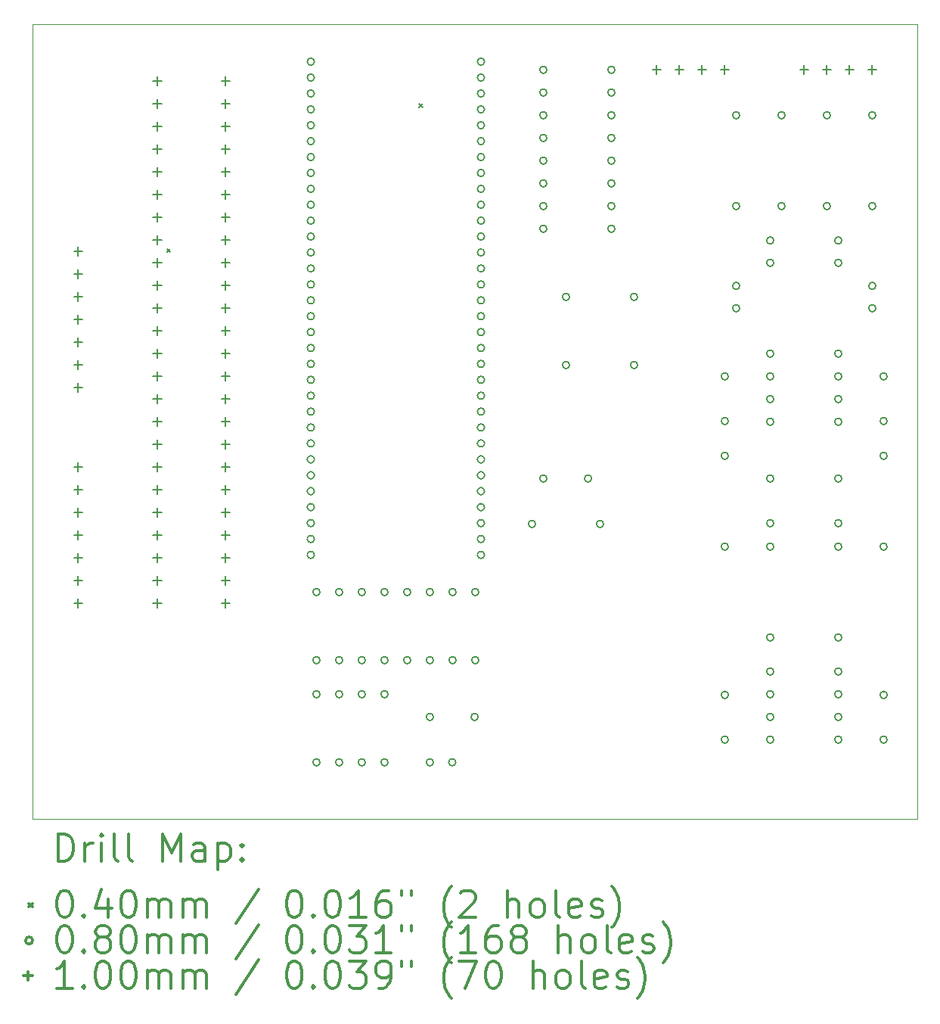
<source format=gbr>
%FSLAX45Y45*%
G04 Gerber Fmt 4.5, Leading zero omitted, Abs format (unit mm)*
G04 Created by KiCad (PCBNEW (5.1.6)-1) date 2020-10-04 22:02:04*
%MOMM*%
%LPD*%
G01*
G04 APERTURE LIST*
%TA.AperFunction,Profile*%
%ADD10C,0.050000*%
%TD*%
%ADD11C,0.200000*%
%ADD12C,0.300000*%
G04 APERTURE END LIST*
D10*
X19939000Y-3683000D02*
X10033000Y-3683000D01*
X19939000Y-12573000D02*
X19939000Y-3683000D01*
X10033000Y-12573000D02*
X19939000Y-12573000D01*
X10033000Y-3683000D02*
X10033000Y-12573000D01*
D11*
X11533040Y-6192450D02*
X11573040Y-6232450D01*
X11573040Y-6192450D02*
X11533040Y-6232450D01*
X14355900Y-4572450D02*
X14395900Y-4612450D01*
X14395900Y-4572450D02*
X14355900Y-4612450D01*
X19598000Y-7620000D02*
G75*
G03*
X19598000Y-7620000I-40000J0D01*
G01*
X19598000Y-8120000D02*
G75*
G03*
X19598000Y-8120000I-40000J0D01*
G01*
X17820000Y-7620000D02*
G75*
G03*
X17820000Y-7620000I-40000J0D01*
G01*
X17820000Y-8120000D02*
G75*
G03*
X17820000Y-8120000I-40000J0D01*
G01*
X19090000Y-6100000D02*
G75*
G03*
X19090000Y-6100000I-40000J0D01*
G01*
X19090000Y-6350000D02*
G75*
G03*
X19090000Y-6350000I-40000J0D01*
G01*
X18328000Y-10922000D02*
G75*
G03*
X18328000Y-10922000I-40000J0D01*
G01*
X18328000Y-11176000D02*
G75*
G03*
X18328000Y-11176000I-40000J0D01*
G01*
X18328000Y-11430000D02*
G75*
G03*
X18328000Y-11430000I-40000J0D01*
G01*
X18328000Y-11684000D02*
G75*
G03*
X18328000Y-11684000I-40000J0D01*
G01*
X19090000Y-10922000D02*
G75*
G03*
X19090000Y-10922000I-40000J0D01*
G01*
X19090000Y-11176000D02*
G75*
G03*
X19090000Y-11176000I-40000J0D01*
G01*
X19090000Y-11430000D02*
G75*
G03*
X19090000Y-11430000I-40000J0D01*
G01*
X19090000Y-11684000D02*
G75*
G03*
X19090000Y-11684000I-40000J0D01*
G01*
X17947000Y-4699000D02*
G75*
G03*
X17947000Y-4699000I-40000J0D01*
G01*
X17947000Y-5715000D02*
G75*
G03*
X17947000Y-5715000I-40000J0D01*
G01*
X15788000Y-8763000D02*
G75*
G03*
X15788000Y-8763000I-40000J0D01*
G01*
X16288000Y-8763000D02*
G75*
G03*
X16288000Y-8763000I-40000J0D01*
G01*
X18328000Y-8763000D02*
G75*
G03*
X18328000Y-8763000I-40000J0D01*
G01*
X18328000Y-9263000D02*
G75*
G03*
X18328000Y-9263000I-40000J0D01*
G01*
X19598000Y-11184000D02*
G75*
G03*
X19598000Y-11184000I-40000J0D01*
G01*
X19598000Y-11684000D02*
G75*
G03*
X19598000Y-11684000I-40000J0D01*
G01*
X14518000Y-11938000D02*
G75*
G03*
X14518000Y-11938000I-40000J0D01*
G01*
X14768000Y-11938000D02*
G75*
G03*
X14768000Y-11938000I-40000J0D01*
G01*
X19090000Y-9525000D02*
G75*
G03*
X19090000Y-9525000I-40000J0D01*
G01*
X19090000Y-10541000D02*
G75*
G03*
X19090000Y-10541000I-40000J0D01*
G01*
X17820000Y-8509000D02*
G75*
G03*
X17820000Y-8509000I-40000J0D01*
G01*
X17820000Y-9525000D02*
G75*
G03*
X17820000Y-9525000I-40000J0D01*
G01*
X19471000Y-6608000D02*
G75*
G03*
X19471000Y-6608000I-40000J0D01*
G01*
X19471000Y-6858000D02*
G75*
G03*
X19471000Y-6858000I-40000J0D01*
G01*
X18328000Y-7366000D02*
G75*
G03*
X18328000Y-7366000I-40000J0D01*
G01*
X18328000Y-7620000D02*
G75*
G03*
X18328000Y-7620000I-40000J0D01*
G01*
X18328000Y-7874000D02*
G75*
G03*
X18328000Y-7874000I-40000J0D01*
G01*
X18328000Y-8128000D02*
G75*
G03*
X18328000Y-8128000I-40000J0D01*
G01*
X19090000Y-7366000D02*
G75*
G03*
X19090000Y-7366000I-40000J0D01*
G01*
X19090000Y-7620000D02*
G75*
G03*
X19090000Y-7620000I-40000J0D01*
G01*
X19090000Y-7874000D02*
G75*
G03*
X19090000Y-7874000I-40000J0D01*
G01*
X19090000Y-8128000D02*
G75*
G03*
X19090000Y-8128000I-40000J0D01*
G01*
X19598000Y-8509000D02*
G75*
G03*
X19598000Y-8509000I-40000J0D01*
G01*
X19598000Y-9525000D02*
G75*
G03*
X19598000Y-9525000I-40000J0D01*
G01*
X15661000Y-9271000D02*
G75*
G03*
X15661000Y-9271000I-40000J0D01*
G01*
X16423000Y-9271000D02*
G75*
G03*
X16423000Y-9271000I-40000J0D01*
G01*
X16042000Y-6731000D02*
G75*
G03*
X16042000Y-6731000I-40000J0D01*
G01*
X16042000Y-7493000D02*
G75*
G03*
X16042000Y-7493000I-40000J0D01*
G01*
X16804000Y-6731000D02*
G75*
G03*
X16804000Y-6731000I-40000J0D01*
G01*
X16804000Y-7493000D02*
G75*
G03*
X16804000Y-7493000I-40000J0D01*
G01*
X17947000Y-6608000D02*
G75*
G03*
X17947000Y-6608000I-40000J0D01*
G01*
X17947000Y-6858000D02*
G75*
G03*
X17947000Y-6858000I-40000J0D01*
G01*
X18963000Y-4699000D02*
G75*
G03*
X18963000Y-4699000I-40000J0D01*
G01*
X18963000Y-5715000D02*
G75*
G03*
X18963000Y-5715000I-40000J0D01*
G01*
X19090000Y-8763000D02*
G75*
G03*
X19090000Y-8763000I-40000J0D01*
G01*
X19090000Y-9263000D02*
G75*
G03*
X19090000Y-9263000I-40000J0D01*
G01*
X13184500Y-4099000D02*
G75*
G03*
X13184500Y-4099000I-40000J0D01*
G01*
X13184500Y-4277000D02*
G75*
G03*
X13184500Y-4277000I-40000J0D01*
G01*
X13184500Y-4455000D02*
G75*
G03*
X13184500Y-4455000I-40000J0D01*
G01*
X13184500Y-4633000D02*
G75*
G03*
X13184500Y-4633000I-40000J0D01*
G01*
X13184500Y-4811000D02*
G75*
G03*
X13184500Y-4811000I-40000J0D01*
G01*
X13184500Y-4989000D02*
G75*
G03*
X13184500Y-4989000I-40000J0D01*
G01*
X13184500Y-5167000D02*
G75*
G03*
X13184500Y-5167000I-40000J0D01*
G01*
X13184500Y-5345000D02*
G75*
G03*
X13184500Y-5345000I-40000J0D01*
G01*
X13184500Y-5523000D02*
G75*
G03*
X13184500Y-5523000I-40000J0D01*
G01*
X13184500Y-5701000D02*
G75*
G03*
X13184500Y-5701000I-40000J0D01*
G01*
X13184500Y-5879000D02*
G75*
G03*
X13184500Y-5879000I-40000J0D01*
G01*
X13184500Y-6057000D02*
G75*
G03*
X13184500Y-6057000I-40000J0D01*
G01*
X13184500Y-6235000D02*
G75*
G03*
X13184500Y-6235000I-40000J0D01*
G01*
X13184500Y-6413000D02*
G75*
G03*
X13184500Y-6413000I-40000J0D01*
G01*
X13184500Y-6591000D02*
G75*
G03*
X13184500Y-6591000I-40000J0D01*
G01*
X13184500Y-6769000D02*
G75*
G03*
X13184500Y-6769000I-40000J0D01*
G01*
X13184500Y-6947000D02*
G75*
G03*
X13184500Y-6947000I-40000J0D01*
G01*
X13184500Y-7125000D02*
G75*
G03*
X13184500Y-7125000I-40000J0D01*
G01*
X13184500Y-7303000D02*
G75*
G03*
X13184500Y-7303000I-40000J0D01*
G01*
X13184500Y-7481000D02*
G75*
G03*
X13184500Y-7481000I-40000J0D01*
G01*
X13184500Y-7659000D02*
G75*
G03*
X13184500Y-7659000I-40000J0D01*
G01*
X13184500Y-7837000D02*
G75*
G03*
X13184500Y-7837000I-40000J0D01*
G01*
X13184500Y-8015000D02*
G75*
G03*
X13184500Y-8015000I-40000J0D01*
G01*
X13184500Y-8193000D02*
G75*
G03*
X13184500Y-8193000I-40000J0D01*
G01*
X13184500Y-8371000D02*
G75*
G03*
X13184500Y-8371000I-40000J0D01*
G01*
X13184500Y-8549000D02*
G75*
G03*
X13184500Y-8549000I-40000J0D01*
G01*
X13184500Y-8727000D02*
G75*
G03*
X13184500Y-8727000I-40000J0D01*
G01*
X13184500Y-8905000D02*
G75*
G03*
X13184500Y-8905000I-40000J0D01*
G01*
X13184500Y-9083000D02*
G75*
G03*
X13184500Y-9083000I-40000J0D01*
G01*
X13184500Y-9261000D02*
G75*
G03*
X13184500Y-9261000I-40000J0D01*
G01*
X13184500Y-9439000D02*
G75*
G03*
X13184500Y-9439000I-40000J0D01*
G01*
X13184500Y-9617000D02*
G75*
G03*
X13184500Y-9617000I-40000J0D01*
G01*
X15089500Y-4099000D02*
G75*
G03*
X15089500Y-4099000I-40000J0D01*
G01*
X15089500Y-4277000D02*
G75*
G03*
X15089500Y-4277000I-40000J0D01*
G01*
X15089500Y-4455000D02*
G75*
G03*
X15089500Y-4455000I-40000J0D01*
G01*
X15089500Y-4633000D02*
G75*
G03*
X15089500Y-4633000I-40000J0D01*
G01*
X15089500Y-4811000D02*
G75*
G03*
X15089500Y-4811000I-40000J0D01*
G01*
X15089500Y-4989000D02*
G75*
G03*
X15089500Y-4989000I-40000J0D01*
G01*
X15089500Y-5167000D02*
G75*
G03*
X15089500Y-5167000I-40000J0D01*
G01*
X15089500Y-5345000D02*
G75*
G03*
X15089500Y-5345000I-40000J0D01*
G01*
X15089500Y-5523000D02*
G75*
G03*
X15089500Y-5523000I-40000J0D01*
G01*
X15089500Y-5701000D02*
G75*
G03*
X15089500Y-5701000I-40000J0D01*
G01*
X15089500Y-5879000D02*
G75*
G03*
X15089500Y-5879000I-40000J0D01*
G01*
X15089500Y-6057000D02*
G75*
G03*
X15089500Y-6057000I-40000J0D01*
G01*
X15089500Y-6235000D02*
G75*
G03*
X15089500Y-6235000I-40000J0D01*
G01*
X15089500Y-6413000D02*
G75*
G03*
X15089500Y-6413000I-40000J0D01*
G01*
X15089500Y-6591000D02*
G75*
G03*
X15089500Y-6591000I-40000J0D01*
G01*
X15089500Y-6769000D02*
G75*
G03*
X15089500Y-6769000I-40000J0D01*
G01*
X15089500Y-6947000D02*
G75*
G03*
X15089500Y-6947000I-40000J0D01*
G01*
X15089500Y-7125000D02*
G75*
G03*
X15089500Y-7125000I-40000J0D01*
G01*
X15089500Y-7303000D02*
G75*
G03*
X15089500Y-7303000I-40000J0D01*
G01*
X15089500Y-7481000D02*
G75*
G03*
X15089500Y-7481000I-40000J0D01*
G01*
X15089500Y-7659000D02*
G75*
G03*
X15089500Y-7659000I-40000J0D01*
G01*
X15089500Y-7837000D02*
G75*
G03*
X15089500Y-7837000I-40000J0D01*
G01*
X15089500Y-8015000D02*
G75*
G03*
X15089500Y-8015000I-40000J0D01*
G01*
X15089500Y-8193000D02*
G75*
G03*
X15089500Y-8193000I-40000J0D01*
G01*
X15089500Y-8371000D02*
G75*
G03*
X15089500Y-8371000I-40000J0D01*
G01*
X15089500Y-8549000D02*
G75*
G03*
X15089500Y-8549000I-40000J0D01*
G01*
X15089500Y-8727000D02*
G75*
G03*
X15089500Y-8727000I-40000J0D01*
G01*
X15089500Y-8905000D02*
G75*
G03*
X15089500Y-8905000I-40000J0D01*
G01*
X15089500Y-9083000D02*
G75*
G03*
X15089500Y-9083000I-40000J0D01*
G01*
X15089500Y-9261000D02*
G75*
G03*
X15089500Y-9261000I-40000J0D01*
G01*
X15089500Y-9439000D02*
G75*
G03*
X15089500Y-9439000I-40000J0D01*
G01*
X15089500Y-9617000D02*
G75*
G03*
X15089500Y-9617000I-40000J0D01*
G01*
X18455000Y-4699000D02*
G75*
G03*
X18455000Y-4699000I-40000J0D01*
G01*
X18455000Y-5715000D02*
G75*
G03*
X18455000Y-5715000I-40000J0D01*
G01*
X19471000Y-4699000D02*
G75*
G03*
X19471000Y-4699000I-40000J0D01*
G01*
X19471000Y-5715000D02*
G75*
G03*
X19471000Y-5715000I-40000J0D01*
G01*
X14518000Y-11430000D02*
G75*
G03*
X14518000Y-11430000I-40000J0D01*
G01*
X15018000Y-11430000D02*
G75*
G03*
X15018000Y-11430000I-40000J0D01*
G01*
X15788000Y-4191000D02*
G75*
G03*
X15788000Y-4191000I-40000J0D01*
G01*
X15788000Y-4445000D02*
G75*
G03*
X15788000Y-4445000I-40000J0D01*
G01*
X15788000Y-4699000D02*
G75*
G03*
X15788000Y-4699000I-40000J0D01*
G01*
X15788000Y-4953000D02*
G75*
G03*
X15788000Y-4953000I-40000J0D01*
G01*
X15788000Y-5207000D02*
G75*
G03*
X15788000Y-5207000I-40000J0D01*
G01*
X15788000Y-5461000D02*
G75*
G03*
X15788000Y-5461000I-40000J0D01*
G01*
X15788000Y-5715000D02*
G75*
G03*
X15788000Y-5715000I-40000J0D01*
G01*
X15788000Y-5969000D02*
G75*
G03*
X15788000Y-5969000I-40000J0D01*
G01*
X16550000Y-4191000D02*
G75*
G03*
X16550000Y-4191000I-40000J0D01*
G01*
X16550000Y-4445000D02*
G75*
G03*
X16550000Y-4445000I-40000J0D01*
G01*
X16550000Y-4699000D02*
G75*
G03*
X16550000Y-4699000I-40000J0D01*
G01*
X16550000Y-4953000D02*
G75*
G03*
X16550000Y-4953000I-40000J0D01*
G01*
X16550000Y-5207000D02*
G75*
G03*
X16550000Y-5207000I-40000J0D01*
G01*
X16550000Y-5461000D02*
G75*
G03*
X16550000Y-5461000I-40000J0D01*
G01*
X16550000Y-5715000D02*
G75*
G03*
X16550000Y-5715000I-40000J0D01*
G01*
X16550000Y-5969000D02*
G75*
G03*
X16550000Y-5969000I-40000J0D01*
G01*
X18328000Y-6100000D02*
G75*
G03*
X18328000Y-6100000I-40000J0D01*
G01*
X18328000Y-6350000D02*
G75*
G03*
X18328000Y-6350000I-40000J0D01*
G01*
X17820000Y-11184000D02*
G75*
G03*
X17820000Y-11184000I-40000J0D01*
G01*
X17820000Y-11684000D02*
G75*
G03*
X17820000Y-11684000I-40000J0D01*
G01*
X18328000Y-9525000D02*
G75*
G03*
X18328000Y-9525000I-40000J0D01*
G01*
X18328000Y-10541000D02*
G75*
G03*
X18328000Y-10541000I-40000J0D01*
G01*
X13248000Y-10033000D02*
G75*
G03*
X13248000Y-10033000I-40000J0D01*
G01*
X13248000Y-10795000D02*
G75*
G03*
X13248000Y-10795000I-40000J0D01*
G01*
X13502000Y-10033000D02*
G75*
G03*
X13502000Y-10033000I-40000J0D01*
G01*
X13502000Y-10795000D02*
G75*
G03*
X13502000Y-10795000I-40000J0D01*
G01*
X13756000Y-10033000D02*
G75*
G03*
X13756000Y-10033000I-40000J0D01*
G01*
X13756000Y-10795000D02*
G75*
G03*
X13756000Y-10795000I-40000J0D01*
G01*
X14010000Y-10033000D02*
G75*
G03*
X14010000Y-10033000I-40000J0D01*
G01*
X14010000Y-10795000D02*
G75*
G03*
X14010000Y-10795000I-40000J0D01*
G01*
X14264000Y-10033000D02*
G75*
G03*
X14264000Y-10033000I-40000J0D01*
G01*
X14264000Y-10795000D02*
G75*
G03*
X14264000Y-10795000I-40000J0D01*
G01*
X14518000Y-10033000D02*
G75*
G03*
X14518000Y-10033000I-40000J0D01*
G01*
X14518000Y-10795000D02*
G75*
G03*
X14518000Y-10795000I-40000J0D01*
G01*
X14772000Y-10033000D02*
G75*
G03*
X14772000Y-10033000I-40000J0D01*
G01*
X14772000Y-10795000D02*
G75*
G03*
X14772000Y-10795000I-40000J0D01*
G01*
X15026000Y-10033000D02*
G75*
G03*
X15026000Y-10033000I-40000J0D01*
G01*
X15026000Y-10795000D02*
G75*
G03*
X15026000Y-10795000I-40000J0D01*
G01*
X13248000Y-11176000D02*
G75*
G03*
X13248000Y-11176000I-40000J0D01*
G01*
X13248000Y-11938000D02*
G75*
G03*
X13248000Y-11938000I-40000J0D01*
G01*
X13502000Y-11176000D02*
G75*
G03*
X13502000Y-11176000I-40000J0D01*
G01*
X13502000Y-11938000D02*
G75*
G03*
X13502000Y-11938000I-40000J0D01*
G01*
X13756000Y-11176000D02*
G75*
G03*
X13756000Y-11176000I-40000J0D01*
G01*
X13756000Y-11938000D02*
G75*
G03*
X13756000Y-11938000I-40000J0D01*
G01*
X14010000Y-11176000D02*
G75*
G03*
X14010000Y-11176000I-40000J0D01*
G01*
X14010000Y-11938000D02*
G75*
G03*
X14010000Y-11938000I-40000J0D01*
G01*
X11423000Y-4264000D02*
X11423000Y-4364000D01*
X11373000Y-4314000D02*
X11473000Y-4314000D01*
X11423000Y-4518000D02*
X11423000Y-4618000D01*
X11373000Y-4568000D02*
X11473000Y-4568000D01*
X11423000Y-4772000D02*
X11423000Y-4872000D01*
X11373000Y-4822000D02*
X11473000Y-4822000D01*
X11423000Y-5026000D02*
X11423000Y-5126000D01*
X11373000Y-5076000D02*
X11473000Y-5076000D01*
X11423000Y-5280000D02*
X11423000Y-5380000D01*
X11373000Y-5330000D02*
X11473000Y-5330000D01*
X11423000Y-5534000D02*
X11423000Y-5634000D01*
X11373000Y-5584000D02*
X11473000Y-5584000D01*
X11423000Y-5788000D02*
X11423000Y-5888000D01*
X11373000Y-5838000D02*
X11473000Y-5838000D01*
X11423000Y-6042000D02*
X11423000Y-6142000D01*
X11373000Y-6092000D02*
X11473000Y-6092000D01*
X11423000Y-6296000D02*
X11423000Y-6396000D01*
X11373000Y-6346000D02*
X11473000Y-6346000D01*
X11423000Y-6550000D02*
X11423000Y-6650000D01*
X11373000Y-6600000D02*
X11473000Y-6600000D01*
X11423000Y-6804000D02*
X11423000Y-6904000D01*
X11373000Y-6854000D02*
X11473000Y-6854000D01*
X11423000Y-7058000D02*
X11423000Y-7158000D01*
X11373000Y-7108000D02*
X11473000Y-7108000D01*
X11423000Y-7312000D02*
X11423000Y-7412000D01*
X11373000Y-7362000D02*
X11473000Y-7362000D01*
X11423000Y-7566000D02*
X11423000Y-7666000D01*
X11373000Y-7616000D02*
X11473000Y-7616000D01*
X11423000Y-7820000D02*
X11423000Y-7920000D01*
X11373000Y-7870000D02*
X11473000Y-7870000D01*
X11423000Y-8074000D02*
X11423000Y-8174000D01*
X11373000Y-8124000D02*
X11473000Y-8124000D01*
X11423000Y-8328000D02*
X11423000Y-8428000D01*
X11373000Y-8378000D02*
X11473000Y-8378000D01*
X11423000Y-8582000D02*
X11423000Y-8682000D01*
X11373000Y-8632000D02*
X11473000Y-8632000D01*
X11423000Y-8836000D02*
X11423000Y-8936000D01*
X11373000Y-8886000D02*
X11473000Y-8886000D01*
X11423000Y-9090000D02*
X11423000Y-9190000D01*
X11373000Y-9140000D02*
X11473000Y-9140000D01*
X11423000Y-9344000D02*
X11423000Y-9444000D01*
X11373000Y-9394000D02*
X11473000Y-9394000D01*
X11423000Y-9598000D02*
X11423000Y-9698000D01*
X11373000Y-9648000D02*
X11473000Y-9648000D01*
X11423000Y-9852000D02*
X11423000Y-9952000D01*
X11373000Y-9902000D02*
X11473000Y-9902000D01*
X11423000Y-10106000D02*
X11423000Y-10206000D01*
X11373000Y-10156000D02*
X11473000Y-10156000D01*
X18669000Y-4141000D02*
X18669000Y-4241000D01*
X18619000Y-4191000D02*
X18719000Y-4191000D01*
X18923000Y-4141000D02*
X18923000Y-4241000D01*
X18873000Y-4191000D02*
X18973000Y-4191000D01*
X19177000Y-4141000D02*
X19177000Y-4241000D01*
X19127000Y-4191000D02*
X19227000Y-4191000D01*
X19431000Y-4141000D02*
X19431000Y-4241000D01*
X19381000Y-4191000D02*
X19481000Y-4191000D01*
X10541000Y-8586000D02*
X10541000Y-8686000D01*
X10491000Y-8636000D02*
X10591000Y-8636000D01*
X10541000Y-8840000D02*
X10541000Y-8940000D01*
X10491000Y-8890000D02*
X10591000Y-8890000D01*
X10541000Y-9094000D02*
X10541000Y-9194000D01*
X10491000Y-9144000D02*
X10591000Y-9144000D01*
X10541000Y-9348000D02*
X10541000Y-9448000D01*
X10491000Y-9398000D02*
X10591000Y-9398000D01*
X10541000Y-9602000D02*
X10541000Y-9702000D01*
X10491000Y-9652000D02*
X10591000Y-9652000D01*
X10541000Y-9856000D02*
X10541000Y-9956000D01*
X10491000Y-9906000D02*
X10591000Y-9906000D01*
X10541000Y-10110000D02*
X10541000Y-10210000D01*
X10491000Y-10160000D02*
X10591000Y-10160000D01*
X10541000Y-6173000D02*
X10541000Y-6273000D01*
X10491000Y-6223000D02*
X10591000Y-6223000D01*
X10541000Y-6427000D02*
X10541000Y-6527000D01*
X10491000Y-6477000D02*
X10591000Y-6477000D01*
X10541000Y-6681000D02*
X10541000Y-6781000D01*
X10491000Y-6731000D02*
X10591000Y-6731000D01*
X10541000Y-6935000D02*
X10541000Y-7035000D01*
X10491000Y-6985000D02*
X10591000Y-6985000D01*
X10541000Y-7189000D02*
X10541000Y-7289000D01*
X10491000Y-7239000D02*
X10591000Y-7239000D01*
X10541000Y-7443000D02*
X10541000Y-7543000D01*
X10491000Y-7493000D02*
X10591000Y-7493000D01*
X10541000Y-7697000D02*
X10541000Y-7797000D01*
X10491000Y-7747000D02*
X10591000Y-7747000D01*
X17018000Y-4141000D02*
X17018000Y-4241000D01*
X16968000Y-4191000D02*
X17068000Y-4191000D01*
X17272000Y-4141000D02*
X17272000Y-4241000D01*
X17222000Y-4191000D02*
X17322000Y-4191000D01*
X17526000Y-4141000D02*
X17526000Y-4241000D01*
X17476000Y-4191000D02*
X17576000Y-4191000D01*
X17780000Y-4141000D02*
X17780000Y-4241000D01*
X17730000Y-4191000D02*
X17830000Y-4191000D01*
X12192000Y-4268000D02*
X12192000Y-4368000D01*
X12142000Y-4318000D02*
X12242000Y-4318000D01*
X12192000Y-4522000D02*
X12192000Y-4622000D01*
X12142000Y-4572000D02*
X12242000Y-4572000D01*
X12192000Y-4776000D02*
X12192000Y-4876000D01*
X12142000Y-4826000D02*
X12242000Y-4826000D01*
X12192000Y-5030000D02*
X12192000Y-5130000D01*
X12142000Y-5080000D02*
X12242000Y-5080000D01*
X12192000Y-5284000D02*
X12192000Y-5384000D01*
X12142000Y-5334000D02*
X12242000Y-5334000D01*
X12192000Y-5538000D02*
X12192000Y-5638000D01*
X12142000Y-5588000D02*
X12242000Y-5588000D01*
X12192000Y-5792000D02*
X12192000Y-5892000D01*
X12142000Y-5842000D02*
X12242000Y-5842000D01*
X12192000Y-6046000D02*
X12192000Y-6146000D01*
X12142000Y-6096000D02*
X12242000Y-6096000D01*
X12192000Y-6300000D02*
X12192000Y-6400000D01*
X12142000Y-6350000D02*
X12242000Y-6350000D01*
X12192000Y-6554000D02*
X12192000Y-6654000D01*
X12142000Y-6604000D02*
X12242000Y-6604000D01*
X12192000Y-6808000D02*
X12192000Y-6908000D01*
X12142000Y-6858000D02*
X12242000Y-6858000D01*
X12192000Y-7062000D02*
X12192000Y-7162000D01*
X12142000Y-7112000D02*
X12242000Y-7112000D01*
X12192000Y-7316000D02*
X12192000Y-7416000D01*
X12142000Y-7366000D02*
X12242000Y-7366000D01*
X12192000Y-7570000D02*
X12192000Y-7670000D01*
X12142000Y-7620000D02*
X12242000Y-7620000D01*
X12192000Y-7824000D02*
X12192000Y-7924000D01*
X12142000Y-7874000D02*
X12242000Y-7874000D01*
X12192000Y-8078000D02*
X12192000Y-8178000D01*
X12142000Y-8128000D02*
X12242000Y-8128000D01*
X12192000Y-8332000D02*
X12192000Y-8432000D01*
X12142000Y-8382000D02*
X12242000Y-8382000D01*
X12192000Y-8586000D02*
X12192000Y-8686000D01*
X12142000Y-8636000D02*
X12242000Y-8636000D01*
X12192000Y-8840000D02*
X12192000Y-8940000D01*
X12142000Y-8890000D02*
X12242000Y-8890000D01*
X12192000Y-9094000D02*
X12192000Y-9194000D01*
X12142000Y-9144000D02*
X12242000Y-9144000D01*
X12192000Y-9348000D02*
X12192000Y-9448000D01*
X12142000Y-9398000D02*
X12242000Y-9398000D01*
X12192000Y-9602000D02*
X12192000Y-9702000D01*
X12142000Y-9652000D02*
X12242000Y-9652000D01*
X12192000Y-9856000D02*
X12192000Y-9956000D01*
X12142000Y-9906000D02*
X12242000Y-9906000D01*
X12192000Y-10110000D02*
X12192000Y-10210000D01*
X12142000Y-10160000D02*
X12242000Y-10160000D01*
D12*
X10316928Y-13041214D02*
X10316928Y-12741214D01*
X10388357Y-12741214D01*
X10431214Y-12755500D01*
X10459786Y-12784071D01*
X10474071Y-12812643D01*
X10488357Y-12869786D01*
X10488357Y-12912643D01*
X10474071Y-12969786D01*
X10459786Y-12998357D01*
X10431214Y-13026929D01*
X10388357Y-13041214D01*
X10316928Y-13041214D01*
X10616928Y-13041214D02*
X10616928Y-12841214D01*
X10616928Y-12898357D02*
X10631214Y-12869786D01*
X10645500Y-12855500D01*
X10674071Y-12841214D01*
X10702643Y-12841214D01*
X10802643Y-13041214D02*
X10802643Y-12841214D01*
X10802643Y-12741214D02*
X10788357Y-12755500D01*
X10802643Y-12769786D01*
X10816928Y-12755500D01*
X10802643Y-12741214D01*
X10802643Y-12769786D01*
X10988357Y-13041214D02*
X10959786Y-13026929D01*
X10945500Y-12998357D01*
X10945500Y-12741214D01*
X11145500Y-13041214D02*
X11116928Y-13026929D01*
X11102643Y-12998357D01*
X11102643Y-12741214D01*
X11488357Y-13041214D02*
X11488357Y-12741214D01*
X11588357Y-12955500D01*
X11688357Y-12741214D01*
X11688357Y-13041214D01*
X11959786Y-13041214D02*
X11959786Y-12884071D01*
X11945500Y-12855500D01*
X11916928Y-12841214D01*
X11859786Y-12841214D01*
X11831214Y-12855500D01*
X11959786Y-13026929D02*
X11931214Y-13041214D01*
X11859786Y-13041214D01*
X11831214Y-13026929D01*
X11816928Y-12998357D01*
X11816928Y-12969786D01*
X11831214Y-12941214D01*
X11859786Y-12926929D01*
X11931214Y-12926929D01*
X11959786Y-12912643D01*
X12102643Y-12841214D02*
X12102643Y-13141214D01*
X12102643Y-12855500D02*
X12131214Y-12841214D01*
X12188357Y-12841214D01*
X12216928Y-12855500D01*
X12231214Y-12869786D01*
X12245500Y-12898357D01*
X12245500Y-12984071D01*
X12231214Y-13012643D01*
X12216928Y-13026929D01*
X12188357Y-13041214D01*
X12131214Y-13041214D01*
X12102643Y-13026929D01*
X12374071Y-13012643D02*
X12388357Y-13026929D01*
X12374071Y-13041214D01*
X12359786Y-13026929D01*
X12374071Y-13012643D01*
X12374071Y-13041214D01*
X12374071Y-12855500D02*
X12388357Y-12869786D01*
X12374071Y-12884071D01*
X12359786Y-12869786D01*
X12374071Y-12855500D01*
X12374071Y-12884071D01*
X9990500Y-13515500D02*
X10030500Y-13555500D01*
X10030500Y-13515500D02*
X9990500Y-13555500D01*
X10374071Y-13371214D02*
X10402643Y-13371214D01*
X10431214Y-13385500D01*
X10445500Y-13399786D01*
X10459786Y-13428357D01*
X10474071Y-13485500D01*
X10474071Y-13556929D01*
X10459786Y-13614071D01*
X10445500Y-13642643D01*
X10431214Y-13656929D01*
X10402643Y-13671214D01*
X10374071Y-13671214D01*
X10345500Y-13656929D01*
X10331214Y-13642643D01*
X10316928Y-13614071D01*
X10302643Y-13556929D01*
X10302643Y-13485500D01*
X10316928Y-13428357D01*
X10331214Y-13399786D01*
X10345500Y-13385500D01*
X10374071Y-13371214D01*
X10602643Y-13642643D02*
X10616928Y-13656929D01*
X10602643Y-13671214D01*
X10588357Y-13656929D01*
X10602643Y-13642643D01*
X10602643Y-13671214D01*
X10874071Y-13471214D02*
X10874071Y-13671214D01*
X10802643Y-13356929D02*
X10731214Y-13571214D01*
X10916928Y-13571214D01*
X11088357Y-13371214D02*
X11116928Y-13371214D01*
X11145500Y-13385500D01*
X11159786Y-13399786D01*
X11174071Y-13428357D01*
X11188357Y-13485500D01*
X11188357Y-13556929D01*
X11174071Y-13614071D01*
X11159786Y-13642643D01*
X11145500Y-13656929D01*
X11116928Y-13671214D01*
X11088357Y-13671214D01*
X11059786Y-13656929D01*
X11045500Y-13642643D01*
X11031214Y-13614071D01*
X11016928Y-13556929D01*
X11016928Y-13485500D01*
X11031214Y-13428357D01*
X11045500Y-13399786D01*
X11059786Y-13385500D01*
X11088357Y-13371214D01*
X11316928Y-13671214D02*
X11316928Y-13471214D01*
X11316928Y-13499786D02*
X11331214Y-13485500D01*
X11359786Y-13471214D01*
X11402643Y-13471214D01*
X11431214Y-13485500D01*
X11445500Y-13514071D01*
X11445500Y-13671214D01*
X11445500Y-13514071D02*
X11459786Y-13485500D01*
X11488357Y-13471214D01*
X11531214Y-13471214D01*
X11559786Y-13485500D01*
X11574071Y-13514071D01*
X11574071Y-13671214D01*
X11716928Y-13671214D02*
X11716928Y-13471214D01*
X11716928Y-13499786D02*
X11731214Y-13485500D01*
X11759786Y-13471214D01*
X11802643Y-13471214D01*
X11831214Y-13485500D01*
X11845500Y-13514071D01*
X11845500Y-13671214D01*
X11845500Y-13514071D02*
X11859786Y-13485500D01*
X11888357Y-13471214D01*
X11931214Y-13471214D01*
X11959786Y-13485500D01*
X11974071Y-13514071D01*
X11974071Y-13671214D01*
X12559786Y-13356929D02*
X12302643Y-13742643D01*
X12945500Y-13371214D02*
X12974071Y-13371214D01*
X13002643Y-13385500D01*
X13016928Y-13399786D01*
X13031214Y-13428357D01*
X13045500Y-13485500D01*
X13045500Y-13556929D01*
X13031214Y-13614071D01*
X13016928Y-13642643D01*
X13002643Y-13656929D01*
X12974071Y-13671214D01*
X12945500Y-13671214D01*
X12916928Y-13656929D01*
X12902643Y-13642643D01*
X12888357Y-13614071D01*
X12874071Y-13556929D01*
X12874071Y-13485500D01*
X12888357Y-13428357D01*
X12902643Y-13399786D01*
X12916928Y-13385500D01*
X12945500Y-13371214D01*
X13174071Y-13642643D02*
X13188357Y-13656929D01*
X13174071Y-13671214D01*
X13159786Y-13656929D01*
X13174071Y-13642643D01*
X13174071Y-13671214D01*
X13374071Y-13371214D02*
X13402643Y-13371214D01*
X13431214Y-13385500D01*
X13445500Y-13399786D01*
X13459786Y-13428357D01*
X13474071Y-13485500D01*
X13474071Y-13556929D01*
X13459786Y-13614071D01*
X13445500Y-13642643D01*
X13431214Y-13656929D01*
X13402643Y-13671214D01*
X13374071Y-13671214D01*
X13345500Y-13656929D01*
X13331214Y-13642643D01*
X13316928Y-13614071D01*
X13302643Y-13556929D01*
X13302643Y-13485500D01*
X13316928Y-13428357D01*
X13331214Y-13399786D01*
X13345500Y-13385500D01*
X13374071Y-13371214D01*
X13759786Y-13671214D02*
X13588357Y-13671214D01*
X13674071Y-13671214D02*
X13674071Y-13371214D01*
X13645500Y-13414071D01*
X13616928Y-13442643D01*
X13588357Y-13456929D01*
X14016928Y-13371214D02*
X13959786Y-13371214D01*
X13931214Y-13385500D01*
X13916928Y-13399786D01*
X13888357Y-13442643D01*
X13874071Y-13499786D01*
X13874071Y-13614071D01*
X13888357Y-13642643D01*
X13902643Y-13656929D01*
X13931214Y-13671214D01*
X13988357Y-13671214D01*
X14016928Y-13656929D01*
X14031214Y-13642643D01*
X14045500Y-13614071D01*
X14045500Y-13542643D01*
X14031214Y-13514071D01*
X14016928Y-13499786D01*
X13988357Y-13485500D01*
X13931214Y-13485500D01*
X13902643Y-13499786D01*
X13888357Y-13514071D01*
X13874071Y-13542643D01*
X14159786Y-13371214D02*
X14159786Y-13428357D01*
X14274071Y-13371214D02*
X14274071Y-13428357D01*
X14716928Y-13785500D02*
X14702643Y-13771214D01*
X14674071Y-13728357D01*
X14659786Y-13699786D01*
X14645500Y-13656929D01*
X14631214Y-13585500D01*
X14631214Y-13528357D01*
X14645500Y-13456929D01*
X14659786Y-13414071D01*
X14674071Y-13385500D01*
X14702643Y-13342643D01*
X14716928Y-13328357D01*
X14816928Y-13399786D02*
X14831214Y-13385500D01*
X14859786Y-13371214D01*
X14931214Y-13371214D01*
X14959786Y-13385500D01*
X14974071Y-13399786D01*
X14988357Y-13428357D01*
X14988357Y-13456929D01*
X14974071Y-13499786D01*
X14802643Y-13671214D01*
X14988357Y-13671214D01*
X15345500Y-13671214D02*
X15345500Y-13371214D01*
X15474071Y-13671214D02*
X15474071Y-13514071D01*
X15459786Y-13485500D01*
X15431214Y-13471214D01*
X15388357Y-13471214D01*
X15359786Y-13485500D01*
X15345500Y-13499786D01*
X15659786Y-13671214D02*
X15631214Y-13656929D01*
X15616928Y-13642643D01*
X15602643Y-13614071D01*
X15602643Y-13528357D01*
X15616928Y-13499786D01*
X15631214Y-13485500D01*
X15659786Y-13471214D01*
X15702643Y-13471214D01*
X15731214Y-13485500D01*
X15745500Y-13499786D01*
X15759786Y-13528357D01*
X15759786Y-13614071D01*
X15745500Y-13642643D01*
X15731214Y-13656929D01*
X15702643Y-13671214D01*
X15659786Y-13671214D01*
X15931214Y-13671214D02*
X15902643Y-13656929D01*
X15888357Y-13628357D01*
X15888357Y-13371214D01*
X16159786Y-13656929D02*
X16131214Y-13671214D01*
X16074071Y-13671214D01*
X16045500Y-13656929D01*
X16031214Y-13628357D01*
X16031214Y-13514071D01*
X16045500Y-13485500D01*
X16074071Y-13471214D01*
X16131214Y-13471214D01*
X16159786Y-13485500D01*
X16174071Y-13514071D01*
X16174071Y-13542643D01*
X16031214Y-13571214D01*
X16288357Y-13656929D02*
X16316928Y-13671214D01*
X16374071Y-13671214D01*
X16402643Y-13656929D01*
X16416928Y-13628357D01*
X16416928Y-13614071D01*
X16402643Y-13585500D01*
X16374071Y-13571214D01*
X16331214Y-13571214D01*
X16302643Y-13556929D01*
X16288357Y-13528357D01*
X16288357Y-13514071D01*
X16302643Y-13485500D01*
X16331214Y-13471214D01*
X16374071Y-13471214D01*
X16402643Y-13485500D01*
X16516928Y-13785500D02*
X16531214Y-13771214D01*
X16559786Y-13728357D01*
X16574071Y-13699786D01*
X16588357Y-13656929D01*
X16602643Y-13585500D01*
X16602643Y-13528357D01*
X16588357Y-13456929D01*
X16574071Y-13414071D01*
X16559786Y-13385500D01*
X16531214Y-13342643D01*
X16516928Y-13328357D01*
X10030500Y-13931500D02*
G75*
G03*
X10030500Y-13931500I-40000J0D01*
G01*
X10374071Y-13767214D02*
X10402643Y-13767214D01*
X10431214Y-13781500D01*
X10445500Y-13795786D01*
X10459786Y-13824357D01*
X10474071Y-13881500D01*
X10474071Y-13952929D01*
X10459786Y-14010071D01*
X10445500Y-14038643D01*
X10431214Y-14052929D01*
X10402643Y-14067214D01*
X10374071Y-14067214D01*
X10345500Y-14052929D01*
X10331214Y-14038643D01*
X10316928Y-14010071D01*
X10302643Y-13952929D01*
X10302643Y-13881500D01*
X10316928Y-13824357D01*
X10331214Y-13795786D01*
X10345500Y-13781500D01*
X10374071Y-13767214D01*
X10602643Y-14038643D02*
X10616928Y-14052929D01*
X10602643Y-14067214D01*
X10588357Y-14052929D01*
X10602643Y-14038643D01*
X10602643Y-14067214D01*
X10788357Y-13895786D02*
X10759786Y-13881500D01*
X10745500Y-13867214D01*
X10731214Y-13838643D01*
X10731214Y-13824357D01*
X10745500Y-13795786D01*
X10759786Y-13781500D01*
X10788357Y-13767214D01*
X10845500Y-13767214D01*
X10874071Y-13781500D01*
X10888357Y-13795786D01*
X10902643Y-13824357D01*
X10902643Y-13838643D01*
X10888357Y-13867214D01*
X10874071Y-13881500D01*
X10845500Y-13895786D01*
X10788357Y-13895786D01*
X10759786Y-13910071D01*
X10745500Y-13924357D01*
X10731214Y-13952929D01*
X10731214Y-14010071D01*
X10745500Y-14038643D01*
X10759786Y-14052929D01*
X10788357Y-14067214D01*
X10845500Y-14067214D01*
X10874071Y-14052929D01*
X10888357Y-14038643D01*
X10902643Y-14010071D01*
X10902643Y-13952929D01*
X10888357Y-13924357D01*
X10874071Y-13910071D01*
X10845500Y-13895786D01*
X11088357Y-13767214D02*
X11116928Y-13767214D01*
X11145500Y-13781500D01*
X11159786Y-13795786D01*
X11174071Y-13824357D01*
X11188357Y-13881500D01*
X11188357Y-13952929D01*
X11174071Y-14010071D01*
X11159786Y-14038643D01*
X11145500Y-14052929D01*
X11116928Y-14067214D01*
X11088357Y-14067214D01*
X11059786Y-14052929D01*
X11045500Y-14038643D01*
X11031214Y-14010071D01*
X11016928Y-13952929D01*
X11016928Y-13881500D01*
X11031214Y-13824357D01*
X11045500Y-13795786D01*
X11059786Y-13781500D01*
X11088357Y-13767214D01*
X11316928Y-14067214D02*
X11316928Y-13867214D01*
X11316928Y-13895786D02*
X11331214Y-13881500D01*
X11359786Y-13867214D01*
X11402643Y-13867214D01*
X11431214Y-13881500D01*
X11445500Y-13910071D01*
X11445500Y-14067214D01*
X11445500Y-13910071D02*
X11459786Y-13881500D01*
X11488357Y-13867214D01*
X11531214Y-13867214D01*
X11559786Y-13881500D01*
X11574071Y-13910071D01*
X11574071Y-14067214D01*
X11716928Y-14067214D02*
X11716928Y-13867214D01*
X11716928Y-13895786D02*
X11731214Y-13881500D01*
X11759786Y-13867214D01*
X11802643Y-13867214D01*
X11831214Y-13881500D01*
X11845500Y-13910071D01*
X11845500Y-14067214D01*
X11845500Y-13910071D02*
X11859786Y-13881500D01*
X11888357Y-13867214D01*
X11931214Y-13867214D01*
X11959786Y-13881500D01*
X11974071Y-13910071D01*
X11974071Y-14067214D01*
X12559786Y-13752929D02*
X12302643Y-14138643D01*
X12945500Y-13767214D02*
X12974071Y-13767214D01*
X13002643Y-13781500D01*
X13016928Y-13795786D01*
X13031214Y-13824357D01*
X13045500Y-13881500D01*
X13045500Y-13952929D01*
X13031214Y-14010071D01*
X13016928Y-14038643D01*
X13002643Y-14052929D01*
X12974071Y-14067214D01*
X12945500Y-14067214D01*
X12916928Y-14052929D01*
X12902643Y-14038643D01*
X12888357Y-14010071D01*
X12874071Y-13952929D01*
X12874071Y-13881500D01*
X12888357Y-13824357D01*
X12902643Y-13795786D01*
X12916928Y-13781500D01*
X12945500Y-13767214D01*
X13174071Y-14038643D02*
X13188357Y-14052929D01*
X13174071Y-14067214D01*
X13159786Y-14052929D01*
X13174071Y-14038643D01*
X13174071Y-14067214D01*
X13374071Y-13767214D02*
X13402643Y-13767214D01*
X13431214Y-13781500D01*
X13445500Y-13795786D01*
X13459786Y-13824357D01*
X13474071Y-13881500D01*
X13474071Y-13952929D01*
X13459786Y-14010071D01*
X13445500Y-14038643D01*
X13431214Y-14052929D01*
X13402643Y-14067214D01*
X13374071Y-14067214D01*
X13345500Y-14052929D01*
X13331214Y-14038643D01*
X13316928Y-14010071D01*
X13302643Y-13952929D01*
X13302643Y-13881500D01*
X13316928Y-13824357D01*
X13331214Y-13795786D01*
X13345500Y-13781500D01*
X13374071Y-13767214D01*
X13574071Y-13767214D02*
X13759786Y-13767214D01*
X13659786Y-13881500D01*
X13702643Y-13881500D01*
X13731214Y-13895786D01*
X13745500Y-13910071D01*
X13759786Y-13938643D01*
X13759786Y-14010071D01*
X13745500Y-14038643D01*
X13731214Y-14052929D01*
X13702643Y-14067214D01*
X13616928Y-14067214D01*
X13588357Y-14052929D01*
X13574071Y-14038643D01*
X14045500Y-14067214D02*
X13874071Y-14067214D01*
X13959786Y-14067214D02*
X13959786Y-13767214D01*
X13931214Y-13810071D01*
X13902643Y-13838643D01*
X13874071Y-13852929D01*
X14159786Y-13767214D02*
X14159786Y-13824357D01*
X14274071Y-13767214D02*
X14274071Y-13824357D01*
X14716928Y-14181500D02*
X14702643Y-14167214D01*
X14674071Y-14124357D01*
X14659786Y-14095786D01*
X14645500Y-14052929D01*
X14631214Y-13981500D01*
X14631214Y-13924357D01*
X14645500Y-13852929D01*
X14659786Y-13810071D01*
X14674071Y-13781500D01*
X14702643Y-13738643D01*
X14716928Y-13724357D01*
X14988357Y-14067214D02*
X14816928Y-14067214D01*
X14902643Y-14067214D02*
X14902643Y-13767214D01*
X14874071Y-13810071D01*
X14845500Y-13838643D01*
X14816928Y-13852929D01*
X15245500Y-13767214D02*
X15188357Y-13767214D01*
X15159786Y-13781500D01*
X15145500Y-13795786D01*
X15116928Y-13838643D01*
X15102643Y-13895786D01*
X15102643Y-14010071D01*
X15116928Y-14038643D01*
X15131214Y-14052929D01*
X15159786Y-14067214D01*
X15216928Y-14067214D01*
X15245500Y-14052929D01*
X15259786Y-14038643D01*
X15274071Y-14010071D01*
X15274071Y-13938643D01*
X15259786Y-13910071D01*
X15245500Y-13895786D01*
X15216928Y-13881500D01*
X15159786Y-13881500D01*
X15131214Y-13895786D01*
X15116928Y-13910071D01*
X15102643Y-13938643D01*
X15445500Y-13895786D02*
X15416928Y-13881500D01*
X15402643Y-13867214D01*
X15388357Y-13838643D01*
X15388357Y-13824357D01*
X15402643Y-13795786D01*
X15416928Y-13781500D01*
X15445500Y-13767214D01*
X15502643Y-13767214D01*
X15531214Y-13781500D01*
X15545500Y-13795786D01*
X15559786Y-13824357D01*
X15559786Y-13838643D01*
X15545500Y-13867214D01*
X15531214Y-13881500D01*
X15502643Y-13895786D01*
X15445500Y-13895786D01*
X15416928Y-13910071D01*
X15402643Y-13924357D01*
X15388357Y-13952929D01*
X15388357Y-14010071D01*
X15402643Y-14038643D01*
X15416928Y-14052929D01*
X15445500Y-14067214D01*
X15502643Y-14067214D01*
X15531214Y-14052929D01*
X15545500Y-14038643D01*
X15559786Y-14010071D01*
X15559786Y-13952929D01*
X15545500Y-13924357D01*
X15531214Y-13910071D01*
X15502643Y-13895786D01*
X15916928Y-14067214D02*
X15916928Y-13767214D01*
X16045500Y-14067214D02*
X16045500Y-13910071D01*
X16031214Y-13881500D01*
X16002643Y-13867214D01*
X15959786Y-13867214D01*
X15931214Y-13881500D01*
X15916928Y-13895786D01*
X16231214Y-14067214D02*
X16202643Y-14052929D01*
X16188357Y-14038643D01*
X16174071Y-14010071D01*
X16174071Y-13924357D01*
X16188357Y-13895786D01*
X16202643Y-13881500D01*
X16231214Y-13867214D01*
X16274071Y-13867214D01*
X16302643Y-13881500D01*
X16316928Y-13895786D01*
X16331214Y-13924357D01*
X16331214Y-14010071D01*
X16316928Y-14038643D01*
X16302643Y-14052929D01*
X16274071Y-14067214D01*
X16231214Y-14067214D01*
X16502643Y-14067214D02*
X16474071Y-14052929D01*
X16459786Y-14024357D01*
X16459786Y-13767214D01*
X16731214Y-14052929D02*
X16702643Y-14067214D01*
X16645500Y-14067214D01*
X16616928Y-14052929D01*
X16602643Y-14024357D01*
X16602643Y-13910071D01*
X16616928Y-13881500D01*
X16645500Y-13867214D01*
X16702643Y-13867214D01*
X16731214Y-13881500D01*
X16745500Y-13910071D01*
X16745500Y-13938643D01*
X16602643Y-13967214D01*
X16859786Y-14052929D02*
X16888357Y-14067214D01*
X16945500Y-14067214D01*
X16974071Y-14052929D01*
X16988357Y-14024357D01*
X16988357Y-14010071D01*
X16974071Y-13981500D01*
X16945500Y-13967214D01*
X16902643Y-13967214D01*
X16874071Y-13952929D01*
X16859786Y-13924357D01*
X16859786Y-13910071D01*
X16874071Y-13881500D01*
X16902643Y-13867214D01*
X16945500Y-13867214D01*
X16974071Y-13881500D01*
X17088357Y-14181500D02*
X17102643Y-14167214D01*
X17131214Y-14124357D01*
X17145500Y-14095786D01*
X17159786Y-14052929D01*
X17174071Y-13981500D01*
X17174071Y-13924357D01*
X17159786Y-13852929D01*
X17145500Y-13810071D01*
X17131214Y-13781500D01*
X17102643Y-13738643D01*
X17088357Y-13724357D01*
X9980500Y-14277500D02*
X9980500Y-14377500D01*
X9930500Y-14327500D02*
X10030500Y-14327500D01*
X10474071Y-14463214D02*
X10302643Y-14463214D01*
X10388357Y-14463214D02*
X10388357Y-14163214D01*
X10359786Y-14206071D01*
X10331214Y-14234643D01*
X10302643Y-14248929D01*
X10602643Y-14434643D02*
X10616928Y-14448929D01*
X10602643Y-14463214D01*
X10588357Y-14448929D01*
X10602643Y-14434643D01*
X10602643Y-14463214D01*
X10802643Y-14163214D02*
X10831214Y-14163214D01*
X10859786Y-14177500D01*
X10874071Y-14191786D01*
X10888357Y-14220357D01*
X10902643Y-14277500D01*
X10902643Y-14348929D01*
X10888357Y-14406071D01*
X10874071Y-14434643D01*
X10859786Y-14448929D01*
X10831214Y-14463214D01*
X10802643Y-14463214D01*
X10774071Y-14448929D01*
X10759786Y-14434643D01*
X10745500Y-14406071D01*
X10731214Y-14348929D01*
X10731214Y-14277500D01*
X10745500Y-14220357D01*
X10759786Y-14191786D01*
X10774071Y-14177500D01*
X10802643Y-14163214D01*
X11088357Y-14163214D02*
X11116928Y-14163214D01*
X11145500Y-14177500D01*
X11159786Y-14191786D01*
X11174071Y-14220357D01*
X11188357Y-14277500D01*
X11188357Y-14348929D01*
X11174071Y-14406071D01*
X11159786Y-14434643D01*
X11145500Y-14448929D01*
X11116928Y-14463214D01*
X11088357Y-14463214D01*
X11059786Y-14448929D01*
X11045500Y-14434643D01*
X11031214Y-14406071D01*
X11016928Y-14348929D01*
X11016928Y-14277500D01*
X11031214Y-14220357D01*
X11045500Y-14191786D01*
X11059786Y-14177500D01*
X11088357Y-14163214D01*
X11316928Y-14463214D02*
X11316928Y-14263214D01*
X11316928Y-14291786D02*
X11331214Y-14277500D01*
X11359786Y-14263214D01*
X11402643Y-14263214D01*
X11431214Y-14277500D01*
X11445500Y-14306071D01*
X11445500Y-14463214D01*
X11445500Y-14306071D02*
X11459786Y-14277500D01*
X11488357Y-14263214D01*
X11531214Y-14263214D01*
X11559786Y-14277500D01*
X11574071Y-14306071D01*
X11574071Y-14463214D01*
X11716928Y-14463214D02*
X11716928Y-14263214D01*
X11716928Y-14291786D02*
X11731214Y-14277500D01*
X11759786Y-14263214D01*
X11802643Y-14263214D01*
X11831214Y-14277500D01*
X11845500Y-14306071D01*
X11845500Y-14463214D01*
X11845500Y-14306071D02*
X11859786Y-14277500D01*
X11888357Y-14263214D01*
X11931214Y-14263214D01*
X11959786Y-14277500D01*
X11974071Y-14306071D01*
X11974071Y-14463214D01*
X12559786Y-14148929D02*
X12302643Y-14534643D01*
X12945500Y-14163214D02*
X12974071Y-14163214D01*
X13002643Y-14177500D01*
X13016928Y-14191786D01*
X13031214Y-14220357D01*
X13045500Y-14277500D01*
X13045500Y-14348929D01*
X13031214Y-14406071D01*
X13016928Y-14434643D01*
X13002643Y-14448929D01*
X12974071Y-14463214D01*
X12945500Y-14463214D01*
X12916928Y-14448929D01*
X12902643Y-14434643D01*
X12888357Y-14406071D01*
X12874071Y-14348929D01*
X12874071Y-14277500D01*
X12888357Y-14220357D01*
X12902643Y-14191786D01*
X12916928Y-14177500D01*
X12945500Y-14163214D01*
X13174071Y-14434643D02*
X13188357Y-14448929D01*
X13174071Y-14463214D01*
X13159786Y-14448929D01*
X13174071Y-14434643D01*
X13174071Y-14463214D01*
X13374071Y-14163214D02*
X13402643Y-14163214D01*
X13431214Y-14177500D01*
X13445500Y-14191786D01*
X13459786Y-14220357D01*
X13474071Y-14277500D01*
X13474071Y-14348929D01*
X13459786Y-14406071D01*
X13445500Y-14434643D01*
X13431214Y-14448929D01*
X13402643Y-14463214D01*
X13374071Y-14463214D01*
X13345500Y-14448929D01*
X13331214Y-14434643D01*
X13316928Y-14406071D01*
X13302643Y-14348929D01*
X13302643Y-14277500D01*
X13316928Y-14220357D01*
X13331214Y-14191786D01*
X13345500Y-14177500D01*
X13374071Y-14163214D01*
X13574071Y-14163214D02*
X13759786Y-14163214D01*
X13659786Y-14277500D01*
X13702643Y-14277500D01*
X13731214Y-14291786D01*
X13745500Y-14306071D01*
X13759786Y-14334643D01*
X13759786Y-14406071D01*
X13745500Y-14434643D01*
X13731214Y-14448929D01*
X13702643Y-14463214D01*
X13616928Y-14463214D01*
X13588357Y-14448929D01*
X13574071Y-14434643D01*
X13902643Y-14463214D02*
X13959786Y-14463214D01*
X13988357Y-14448929D01*
X14002643Y-14434643D01*
X14031214Y-14391786D01*
X14045500Y-14334643D01*
X14045500Y-14220357D01*
X14031214Y-14191786D01*
X14016928Y-14177500D01*
X13988357Y-14163214D01*
X13931214Y-14163214D01*
X13902643Y-14177500D01*
X13888357Y-14191786D01*
X13874071Y-14220357D01*
X13874071Y-14291786D01*
X13888357Y-14320357D01*
X13902643Y-14334643D01*
X13931214Y-14348929D01*
X13988357Y-14348929D01*
X14016928Y-14334643D01*
X14031214Y-14320357D01*
X14045500Y-14291786D01*
X14159786Y-14163214D02*
X14159786Y-14220357D01*
X14274071Y-14163214D02*
X14274071Y-14220357D01*
X14716928Y-14577500D02*
X14702643Y-14563214D01*
X14674071Y-14520357D01*
X14659786Y-14491786D01*
X14645500Y-14448929D01*
X14631214Y-14377500D01*
X14631214Y-14320357D01*
X14645500Y-14248929D01*
X14659786Y-14206071D01*
X14674071Y-14177500D01*
X14702643Y-14134643D01*
X14716928Y-14120357D01*
X14802643Y-14163214D02*
X15002643Y-14163214D01*
X14874071Y-14463214D01*
X15174071Y-14163214D02*
X15202643Y-14163214D01*
X15231214Y-14177500D01*
X15245500Y-14191786D01*
X15259786Y-14220357D01*
X15274071Y-14277500D01*
X15274071Y-14348929D01*
X15259786Y-14406071D01*
X15245500Y-14434643D01*
X15231214Y-14448929D01*
X15202643Y-14463214D01*
X15174071Y-14463214D01*
X15145500Y-14448929D01*
X15131214Y-14434643D01*
X15116928Y-14406071D01*
X15102643Y-14348929D01*
X15102643Y-14277500D01*
X15116928Y-14220357D01*
X15131214Y-14191786D01*
X15145500Y-14177500D01*
X15174071Y-14163214D01*
X15631214Y-14463214D02*
X15631214Y-14163214D01*
X15759786Y-14463214D02*
X15759786Y-14306071D01*
X15745500Y-14277500D01*
X15716928Y-14263214D01*
X15674071Y-14263214D01*
X15645500Y-14277500D01*
X15631214Y-14291786D01*
X15945500Y-14463214D02*
X15916928Y-14448929D01*
X15902643Y-14434643D01*
X15888357Y-14406071D01*
X15888357Y-14320357D01*
X15902643Y-14291786D01*
X15916928Y-14277500D01*
X15945500Y-14263214D01*
X15988357Y-14263214D01*
X16016928Y-14277500D01*
X16031214Y-14291786D01*
X16045500Y-14320357D01*
X16045500Y-14406071D01*
X16031214Y-14434643D01*
X16016928Y-14448929D01*
X15988357Y-14463214D01*
X15945500Y-14463214D01*
X16216928Y-14463214D02*
X16188357Y-14448929D01*
X16174071Y-14420357D01*
X16174071Y-14163214D01*
X16445500Y-14448929D02*
X16416928Y-14463214D01*
X16359786Y-14463214D01*
X16331214Y-14448929D01*
X16316928Y-14420357D01*
X16316928Y-14306071D01*
X16331214Y-14277500D01*
X16359786Y-14263214D01*
X16416928Y-14263214D01*
X16445500Y-14277500D01*
X16459786Y-14306071D01*
X16459786Y-14334643D01*
X16316928Y-14363214D01*
X16574071Y-14448929D02*
X16602643Y-14463214D01*
X16659786Y-14463214D01*
X16688357Y-14448929D01*
X16702643Y-14420357D01*
X16702643Y-14406071D01*
X16688357Y-14377500D01*
X16659786Y-14363214D01*
X16616928Y-14363214D01*
X16588357Y-14348929D01*
X16574071Y-14320357D01*
X16574071Y-14306071D01*
X16588357Y-14277500D01*
X16616928Y-14263214D01*
X16659786Y-14263214D01*
X16688357Y-14277500D01*
X16802643Y-14577500D02*
X16816928Y-14563214D01*
X16845500Y-14520357D01*
X16859786Y-14491786D01*
X16874071Y-14448929D01*
X16888357Y-14377500D01*
X16888357Y-14320357D01*
X16874071Y-14248929D01*
X16859786Y-14206071D01*
X16845500Y-14177500D01*
X16816928Y-14134643D01*
X16802643Y-14120357D01*
M02*

</source>
